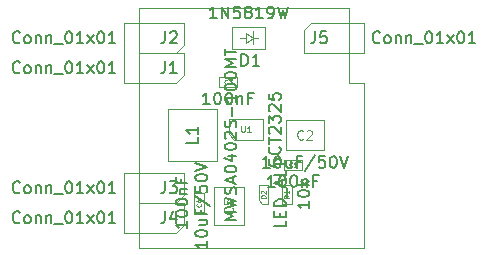
<source format=gbr>
%TF.GenerationSoftware,KiCad,Pcbnew,(5.1.9)-1*%
%TF.CreationDate,2021-05-28T15:44:06+02:00*%
%TF.ProjectId,16_STEP_DOWN,31365f53-5445-4505-9f44-4f574e2e6b69,rev?*%
%TF.SameCoordinates,Original*%
%TF.FileFunction,Other,Fab,Top*%
%FSLAX46Y46*%
G04 Gerber Fmt 4.6, Leading zero omitted, Abs format (unit mm)*
G04 Created by KiCad (PCBNEW (5.1.9)-1) date 2021-05-28 15:44:06*
%MOMM*%
%LPD*%
G01*
G04 APERTURE LIST*
%TA.AperFunction,Profile*%
%ADD10C,0.050000*%
%TD*%
%ADD11C,0.120000*%
%ADD12C,0.100000*%
%ADD13C,0.150000*%
%ADD14C,0.060000*%
%ADD15C,0.075000*%
G04 APERTURE END LIST*
D10*
X119380000Y-67310000D02*
X120650000Y-67310000D01*
X119380000Y-64770000D02*
X119380000Y-67310000D01*
X120650000Y-64770000D02*
X119380000Y-64770000D01*
X120650000Y-62230000D02*
X120650000Y-64770000D01*
X119380000Y-62230000D02*
X120650000Y-62230000D01*
X119380000Y-60960000D02*
X119380000Y-62230000D01*
X113665000Y-60960000D02*
X119380000Y-60960000D01*
X114935000Y-81280000D02*
X120650000Y-81280000D01*
X101600000Y-62230000D02*
X101600000Y-60960000D01*
X100330000Y-62230000D02*
X101600000Y-62230000D01*
X100330000Y-64770000D02*
X100330000Y-62230000D01*
X101600000Y-67310000D02*
X100330000Y-67310000D01*
X101600000Y-74930000D02*
X101600000Y-67310000D01*
X100330000Y-74930000D02*
X101600000Y-74930000D01*
X120650000Y-67310000D02*
X120650000Y-81280000D01*
X101600000Y-60960000D02*
X113665000Y-60960000D01*
X101600000Y-80010000D02*
X101600000Y-81280000D01*
X100330000Y-80010000D02*
X101600000Y-80010000D01*
X100330000Y-64770000D02*
X100330000Y-67310000D01*
X114935000Y-81280000D02*
X101600000Y-81280000D01*
X100330000Y-80010000D02*
X100330000Y-74930000D01*
D11*
%TO.C,J4*%
X101600000Y-80645000D02*
X101600000Y-76835000D01*
D12*
X104775000Y-80010000D02*
X101600000Y-80010000D01*
X101600000Y-77470000D02*
X102870000Y-77470000D01*
X102870000Y-77470000D02*
X105410000Y-77470000D01*
X105410000Y-77470000D02*
X105410000Y-79375000D01*
X105410000Y-79375000D02*
X104775000Y-80010000D01*
D11*
%TO.C,J1*%
X101600000Y-67945000D02*
X101600000Y-64135000D01*
D12*
X104775000Y-67310000D02*
X101600000Y-67310000D01*
X101600000Y-64770000D02*
X102870000Y-64770000D01*
X102870000Y-64770000D02*
X105410000Y-64770000D01*
X105410000Y-64770000D02*
X105410000Y-66675000D01*
X105410000Y-66675000D02*
X104775000Y-67310000D01*
D11*
%TO.C,J2*%
X101600000Y-65405000D02*
X101600000Y-61595000D01*
D12*
X104775000Y-64770000D02*
X101600000Y-64770000D01*
X101600000Y-62230000D02*
X102870000Y-62230000D01*
X102870000Y-62230000D02*
X105410000Y-62230000D01*
X105410000Y-62230000D02*
X105410000Y-64135000D01*
X105410000Y-64135000D02*
X104775000Y-64770000D01*
D11*
%TO.C,J3*%
X101600000Y-78105000D02*
X101600000Y-74295000D01*
D12*
X104775000Y-77470000D02*
X101600000Y-77470000D01*
X101600000Y-74930000D02*
X102870000Y-74930000D01*
X102870000Y-74930000D02*
X105410000Y-74930000D01*
X105410000Y-74930000D02*
X105410000Y-76835000D01*
X105410000Y-76835000D02*
X104775000Y-77470000D01*
D11*
%TO.C,J5*%
X119380000Y-61595000D02*
X119380000Y-65405000D01*
D12*
X116205000Y-62230000D02*
X119380000Y-62230000D01*
X119380000Y-64770000D02*
X118110000Y-64770000D01*
X118110000Y-64770000D02*
X115570000Y-64770000D01*
X115570000Y-64770000D02*
X115570000Y-62865000D01*
X115570000Y-62865000D02*
X116205000Y-62230000D01*
%TO.C,C4*%
X106280000Y-76670000D02*
X107080000Y-76670000D01*
X107080000Y-76670000D02*
X107080000Y-78270000D01*
X107080000Y-78270000D02*
X106280000Y-78270000D01*
X106280000Y-78270000D02*
X106280000Y-76670000D01*
%TO.C,C1*%
X115440000Y-74640000D02*
X113840000Y-74640000D01*
X115440000Y-73840000D02*
X115440000Y-74640000D01*
X113840000Y-73840000D02*
X115440000Y-73840000D01*
X113840000Y-74640000D02*
X113840000Y-73840000D01*
%TO.C,C2*%
X114040000Y-72990000D02*
X114040000Y-70490000D01*
X114040000Y-70490000D02*
X117240000Y-70490000D01*
X117240000Y-70490000D02*
X117240000Y-72990000D01*
X117240000Y-72990000D02*
X114040000Y-72990000D01*
%TO.C,C3*%
X108340000Y-67640000D02*
X108340000Y-66840000D01*
X108340000Y-66840000D02*
X109940000Y-66840000D01*
X109940000Y-66840000D02*
X109940000Y-67640000D01*
X109940000Y-67640000D02*
X108340000Y-67640000D01*
%TO.C,C5*%
X107970000Y-79340000D02*
X107970000Y-76140000D01*
X110470000Y-79340000D02*
X107970000Y-79340000D01*
X110470000Y-76140000D02*
X110470000Y-79340000D01*
X107970000Y-76140000D02*
X110470000Y-76140000D01*
%TO.C,D1*%
X112290000Y-64400000D02*
X109490000Y-64400000D01*
X109490000Y-64400000D02*
X109490000Y-62600000D01*
X109490000Y-62600000D02*
X112290000Y-62600000D01*
X112290000Y-62600000D02*
X112290000Y-64400000D01*
X111640000Y-63500000D02*
X111240000Y-63500000D01*
X111240000Y-63500000D02*
X111240000Y-64050000D01*
X111240000Y-63500000D02*
X111240000Y-62950000D01*
X111240000Y-63500000D02*
X110640000Y-63900000D01*
X110640000Y-63900000D02*
X110640000Y-63100000D01*
X110640000Y-63100000D02*
X111240000Y-63500000D01*
X110640000Y-63500000D02*
X110140000Y-63500000D01*
%TO.C,D2*%
X112540000Y-75940000D02*
X111740000Y-75940000D01*
X112540000Y-77540000D02*
X112540000Y-75940000D01*
X112040000Y-77540000D02*
X112540000Y-77540000D01*
X111740000Y-77240000D02*
X112040000Y-77540000D01*
X111740000Y-75940000D02*
X111740000Y-77240000D01*
%TO.C,L1*%
X104040000Y-73940000D02*
X104040000Y-69540000D01*
X104040000Y-69540000D02*
X108240000Y-69540000D01*
X108240000Y-69540000D02*
X108240000Y-73940000D01*
X108240000Y-73940000D02*
X104040000Y-73940000D01*
%TO.C,R1*%
X114552500Y-75940000D02*
X114552500Y-77540000D01*
X113727500Y-75940000D02*
X114552500Y-75940000D01*
X113727500Y-77540000D02*
X113727500Y-75940000D01*
X114552500Y-77540000D02*
X113727500Y-77540000D01*
%TO.C,U1*%
X109190000Y-70360000D02*
X112090000Y-70360000D01*
X112090000Y-70360000D02*
X112090000Y-72120000D01*
X109640000Y-72120000D02*
X112090000Y-72120000D01*
X109190000Y-70360000D02*
X109190000Y-71670000D01*
X109640000Y-72120000D02*
X109190000Y-71670000D01*
%TD*%
%TO.C,J4*%
D13*
X91511904Y-79097142D02*
X91464285Y-79144761D01*
X91321428Y-79192380D01*
X91226190Y-79192380D01*
X91083333Y-79144761D01*
X90988095Y-79049523D01*
X90940476Y-78954285D01*
X90892857Y-78763809D01*
X90892857Y-78620952D01*
X90940476Y-78430476D01*
X90988095Y-78335238D01*
X91083333Y-78240000D01*
X91226190Y-78192380D01*
X91321428Y-78192380D01*
X91464285Y-78240000D01*
X91511904Y-78287619D01*
X92083333Y-79192380D02*
X91988095Y-79144761D01*
X91940476Y-79097142D01*
X91892857Y-79001904D01*
X91892857Y-78716190D01*
X91940476Y-78620952D01*
X91988095Y-78573333D01*
X92083333Y-78525714D01*
X92226190Y-78525714D01*
X92321428Y-78573333D01*
X92369047Y-78620952D01*
X92416666Y-78716190D01*
X92416666Y-79001904D01*
X92369047Y-79097142D01*
X92321428Y-79144761D01*
X92226190Y-79192380D01*
X92083333Y-79192380D01*
X92845238Y-78525714D02*
X92845238Y-79192380D01*
X92845238Y-78620952D02*
X92892857Y-78573333D01*
X92988095Y-78525714D01*
X93130952Y-78525714D01*
X93226190Y-78573333D01*
X93273809Y-78668571D01*
X93273809Y-79192380D01*
X93750000Y-78525714D02*
X93750000Y-79192380D01*
X93750000Y-78620952D02*
X93797619Y-78573333D01*
X93892857Y-78525714D01*
X94035714Y-78525714D01*
X94130952Y-78573333D01*
X94178571Y-78668571D01*
X94178571Y-79192380D01*
X94416666Y-79287619D02*
X95178571Y-79287619D01*
X95607142Y-78192380D02*
X95702380Y-78192380D01*
X95797619Y-78240000D01*
X95845238Y-78287619D01*
X95892857Y-78382857D01*
X95940476Y-78573333D01*
X95940476Y-78811428D01*
X95892857Y-79001904D01*
X95845238Y-79097142D01*
X95797619Y-79144761D01*
X95702380Y-79192380D01*
X95607142Y-79192380D01*
X95511904Y-79144761D01*
X95464285Y-79097142D01*
X95416666Y-79001904D01*
X95369047Y-78811428D01*
X95369047Y-78573333D01*
X95416666Y-78382857D01*
X95464285Y-78287619D01*
X95511904Y-78240000D01*
X95607142Y-78192380D01*
X96892857Y-79192380D02*
X96321428Y-79192380D01*
X96607142Y-79192380D02*
X96607142Y-78192380D01*
X96511904Y-78335238D01*
X96416666Y-78430476D01*
X96321428Y-78478095D01*
X97226190Y-79192380D02*
X97750000Y-78525714D01*
X97226190Y-78525714D02*
X97750000Y-79192380D01*
X98321428Y-78192380D02*
X98416666Y-78192380D01*
X98511904Y-78240000D01*
X98559523Y-78287619D01*
X98607142Y-78382857D01*
X98654761Y-78573333D01*
X98654761Y-78811428D01*
X98607142Y-79001904D01*
X98559523Y-79097142D01*
X98511904Y-79144761D01*
X98416666Y-79192380D01*
X98321428Y-79192380D01*
X98226190Y-79144761D01*
X98178571Y-79097142D01*
X98130952Y-79001904D01*
X98083333Y-78811428D01*
X98083333Y-78573333D01*
X98130952Y-78382857D01*
X98178571Y-78287619D01*
X98226190Y-78240000D01*
X98321428Y-78192380D01*
X99607142Y-79192380D02*
X99035714Y-79192380D01*
X99321428Y-79192380D02*
X99321428Y-78192380D01*
X99226190Y-78335238D01*
X99130952Y-78430476D01*
X99035714Y-78478095D01*
X103806666Y-78192380D02*
X103806666Y-78906666D01*
X103759047Y-79049523D01*
X103663809Y-79144761D01*
X103520952Y-79192380D01*
X103425714Y-79192380D01*
X104711428Y-78525714D02*
X104711428Y-79192380D01*
X104473333Y-78144761D02*
X104235238Y-78859047D01*
X104854285Y-78859047D01*
%TO.C,J1*%
X91511904Y-66397142D02*
X91464285Y-66444761D01*
X91321428Y-66492380D01*
X91226190Y-66492380D01*
X91083333Y-66444761D01*
X90988095Y-66349523D01*
X90940476Y-66254285D01*
X90892857Y-66063809D01*
X90892857Y-65920952D01*
X90940476Y-65730476D01*
X90988095Y-65635238D01*
X91083333Y-65540000D01*
X91226190Y-65492380D01*
X91321428Y-65492380D01*
X91464285Y-65540000D01*
X91511904Y-65587619D01*
X92083333Y-66492380D02*
X91988095Y-66444761D01*
X91940476Y-66397142D01*
X91892857Y-66301904D01*
X91892857Y-66016190D01*
X91940476Y-65920952D01*
X91988095Y-65873333D01*
X92083333Y-65825714D01*
X92226190Y-65825714D01*
X92321428Y-65873333D01*
X92369047Y-65920952D01*
X92416666Y-66016190D01*
X92416666Y-66301904D01*
X92369047Y-66397142D01*
X92321428Y-66444761D01*
X92226190Y-66492380D01*
X92083333Y-66492380D01*
X92845238Y-65825714D02*
X92845238Y-66492380D01*
X92845238Y-65920952D02*
X92892857Y-65873333D01*
X92988095Y-65825714D01*
X93130952Y-65825714D01*
X93226190Y-65873333D01*
X93273809Y-65968571D01*
X93273809Y-66492380D01*
X93750000Y-65825714D02*
X93750000Y-66492380D01*
X93750000Y-65920952D02*
X93797619Y-65873333D01*
X93892857Y-65825714D01*
X94035714Y-65825714D01*
X94130952Y-65873333D01*
X94178571Y-65968571D01*
X94178571Y-66492380D01*
X94416666Y-66587619D02*
X95178571Y-66587619D01*
X95607142Y-65492380D02*
X95702380Y-65492380D01*
X95797619Y-65540000D01*
X95845238Y-65587619D01*
X95892857Y-65682857D01*
X95940476Y-65873333D01*
X95940476Y-66111428D01*
X95892857Y-66301904D01*
X95845238Y-66397142D01*
X95797619Y-66444761D01*
X95702380Y-66492380D01*
X95607142Y-66492380D01*
X95511904Y-66444761D01*
X95464285Y-66397142D01*
X95416666Y-66301904D01*
X95369047Y-66111428D01*
X95369047Y-65873333D01*
X95416666Y-65682857D01*
X95464285Y-65587619D01*
X95511904Y-65540000D01*
X95607142Y-65492380D01*
X96892857Y-66492380D02*
X96321428Y-66492380D01*
X96607142Y-66492380D02*
X96607142Y-65492380D01*
X96511904Y-65635238D01*
X96416666Y-65730476D01*
X96321428Y-65778095D01*
X97226190Y-66492380D02*
X97750000Y-65825714D01*
X97226190Y-65825714D02*
X97750000Y-66492380D01*
X98321428Y-65492380D02*
X98416666Y-65492380D01*
X98511904Y-65540000D01*
X98559523Y-65587619D01*
X98607142Y-65682857D01*
X98654761Y-65873333D01*
X98654761Y-66111428D01*
X98607142Y-66301904D01*
X98559523Y-66397142D01*
X98511904Y-66444761D01*
X98416666Y-66492380D01*
X98321428Y-66492380D01*
X98226190Y-66444761D01*
X98178571Y-66397142D01*
X98130952Y-66301904D01*
X98083333Y-66111428D01*
X98083333Y-65873333D01*
X98130952Y-65682857D01*
X98178571Y-65587619D01*
X98226190Y-65540000D01*
X98321428Y-65492380D01*
X99607142Y-66492380D02*
X99035714Y-66492380D01*
X99321428Y-66492380D02*
X99321428Y-65492380D01*
X99226190Y-65635238D01*
X99130952Y-65730476D01*
X99035714Y-65778095D01*
X103806666Y-65492380D02*
X103806666Y-66206666D01*
X103759047Y-66349523D01*
X103663809Y-66444761D01*
X103520952Y-66492380D01*
X103425714Y-66492380D01*
X104806666Y-66492380D02*
X104235238Y-66492380D01*
X104520952Y-66492380D02*
X104520952Y-65492380D01*
X104425714Y-65635238D01*
X104330476Y-65730476D01*
X104235238Y-65778095D01*
%TO.C,J2*%
X91511904Y-63857142D02*
X91464285Y-63904761D01*
X91321428Y-63952380D01*
X91226190Y-63952380D01*
X91083333Y-63904761D01*
X90988095Y-63809523D01*
X90940476Y-63714285D01*
X90892857Y-63523809D01*
X90892857Y-63380952D01*
X90940476Y-63190476D01*
X90988095Y-63095238D01*
X91083333Y-63000000D01*
X91226190Y-62952380D01*
X91321428Y-62952380D01*
X91464285Y-63000000D01*
X91511904Y-63047619D01*
X92083333Y-63952380D02*
X91988095Y-63904761D01*
X91940476Y-63857142D01*
X91892857Y-63761904D01*
X91892857Y-63476190D01*
X91940476Y-63380952D01*
X91988095Y-63333333D01*
X92083333Y-63285714D01*
X92226190Y-63285714D01*
X92321428Y-63333333D01*
X92369047Y-63380952D01*
X92416666Y-63476190D01*
X92416666Y-63761904D01*
X92369047Y-63857142D01*
X92321428Y-63904761D01*
X92226190Y-63952380D01*
X92083333Y-63952380D01*
X92845238Y-63285714D02*
X92845238Y-63952380D01*
X92845238Y-63380952D02*
X92892857Y-63333333D01*
X92988095Y-63285714D01*
X93130952Y-63285714D01*
X93226190Y-63333333D01*
X93273809Y-63428571D01*
X93273809Y-63952380D01*
X93750000Y-63285714D02*
X93750000Y-63952380D01*
X93750000Y-63380952D02*
X93797619Y-63333333D01*
X93892857Y-63285714D01*
X94035714Y-63285714D01*
X94130952Y-63333333D01*
X94178571Y-63428571D01*
X94178571Y-63952380D01*
X94416666Y-64047619D02*
X95178571Y-64047619D01*
X95607142Y-62952380D02*
X95702380Y-62952380D01*
X95797619Y-63000000D01*
X95845238Y-63047619D01*
X95892857Y-63142857D01*
X95940476Y-63333333D01*
X95940476Y-63571428D01*
X95892857Y-63761904D01*
X95845238Y-63857142D01*
X95797619Y-63904761D01*
X95702380Y-63952380D01*
X95607142Y-63952380D01*
X95511904Y-63904761D01*
X95464285Y-63857142D01*
X95416666Y-63761904D01*
X95369047Y-63571428D01*
X95369047Y-63333333D01*
X95416666Y-63142857D01*
X95464285Y-63047619D01*
X95511904Y-63000000D01*
X95607142Y-62952380D01*
X96892857Y-63952380D02*
X96321428Y-63952380D01*
X96607142Y-63952380D02*
X96607142Y-62952380D01*
X96511904Y-63095238D01*
X96416666Y-63190476D01*
X96321428Y-63238095D01*
X97226190Y-63952380D02*
X97750000Y-63285714D01*
X97226190Y-63285714D02*
X97750000Y-63952380D01*
X98321428Y-62952380D02*
X98416666Y-62952380D01*
X98511904Y-63000000D01*
X98559523Y-63047619D01*
X98607142Y-63142857D01*
X98654761Y-63333333D01*
X98654761Y-63571428D01*
X98607142Y-63761904D01*
X98559523Y-63857142D01*
X98511904Y-63904761D01*
X98416666Y-63952380D01*
X98321428Y-63952380D01*
X98226190Y-63904761D01*
X98178571Y-63857142D01*
X98130952Y-63761904D01*
X98083333Y-63571428D01*
X98083333Y-63333333D01*
X98130952Y-63142857D01*
X98178571Y-63047619D01*
X98226190Y-63000000D01*
X98321428Y-62952380D01*
X99607142Y-63952380D02*
X99035714Y-63952380D01*
X99321428Y-63952380D02*
X99321428Y-62952380D01*
X99226190Y-63095238D01*
X99130952Y-63190476D01*
X99035714Y-63238095D01*
X103806666Y-62952380D02*
X103806666Y-63666666D01*
X103759047Y-63809523D01*
X103663809Y-63904761D01*
X103520952Y-63952380D01*
X103425714Y-63952380D01*
X104235238Y-63047619D02*
X104282857Y-63000000D01*
X104378095Y-62952380D01*
X104616190Y-62952380D01*
X104711428Y-63000000D01*
X104759047Y-63047619D01*
X104806666Y-63142857D01*
X104806666Y-63238095D01*
X104759047Y-63380952D01*
X104187619Y-63952380D01*
X104806666Y-63952380D01*
%TO.C,J3*%
X91511904Y-76557142D02*
X91464285Y-76604761D01*
X91321428Y-76652380D01*
X91226190Y-76652380D01*
X91083333Y-76604761D01*
X90988095Y-76509523D01*
X90940476Y-76414285D01*
X90892857Y-76223809D01*
X90892857Y-76080952D01*
X90940476Y-75890476D01*
X90988095Y-75795238D01*
X91083333Y-75700000D01*
X91226190Y-75652380D01*
X91321428Y-75652380D01*
X91464285Y-75700000D01*
X91511904Y-75747619D01*
X92083333Y-76652380D02*
X91988095Y-76604761D01*
X91940476Y-76557142D01*
X91892857Y-76461904D01*
X91892857Y-76176190D01*
X91940476Y-76080952D01*
X91988095Y-76033333D01*
X92083333Y-75985714D01*
X92226190Y-75985714D01*
X92321428Y-76033333D01*
X92369047Y-76080952D01*
X92416666Y-76176190D01*
X92416666Y-76461904D01*
X92369047Y-76557142D01*
X92321428Y-76604761D01*
X92226190Y-76652380D01*
X92083333Y-76652380D01*
X92845238Y-75985714D02*
X92845238Y-76652380D01*
X92845238Y-76080952D02*
X92892857Y-76033333D01*
X92988095Y-75985714D01*
X93130952Y-75985714D01*
X93226190Y-76033333D01*
X93273809Y-76128571D01*
X93273809Y-76652380D01*
X93750000Y-75985714D02*
X93750000Y-76652380D01*
X93750000Y-76080952D02*
X93797619Y-76033333D01*
X93892857Y-75985714D01*
X94035714Y-75985714D01*
X94130952Y-76033333D01*
X94178571Y-76128571D01*
X94178571Y-76652380D01*
X94416666Y-76747619D02*
X95178571Y-76747619D01*
X95607142Y-75652380D02*
X95702380Y-75652380D01*
X95797619Y-75700000D01*
X95845238Y-75747619D01*
X95892857Y-75842857D01*
X95940476Y-76033333D01*
X95940476Y-76271428D01*
X95892857Y-76461904D01*
X95845238Y-76557142D01*
X95797619Y-76604761D01*
X95702380Y-76652380D01*
X95607142Y-76652380D01*
X95511904Y-76604761D01*
X95464285Y-76557142D01*
X95416666Y-76461904D01*
X95369047Y-76271428D01*
X95369047Y-76033333D01*
X95416666Y-75842857D01*
X95464285Y-75747619D01*
X95511904Y-75700000D01*
X95607142Y-75652380D01*
X96892857Y-76652380D02*
X96321428Y-76652380D01*
X96607142Y-76652380D02*
X96607142Y-75652380D01*
X96511904Y-75795238D01*
X96416666Y-75890476D01*
X96321428Y-75938095D01*
X97226190Y-76652380D02*
X97750000Y-75985714D01*
X97226190Y-75985714D02*
X97750000Y-76652380D01*
X98321428Y-75652380D02*
X98416666Y-75652380D01*
X98511904Y-75700000D01*
X98559523Y-75747619D01*
X98607142Y-75842857D01*
X98654761Y-76033333D01*
X98654761Y-76271428D01*
X98607142Y-76461904D01*
X98559523Y-76557142D01*
X98511904Y-76604761D01*
X98416666Y-76652380D01*
X98321428Y-76652380D01*
X98226190Y-76604761D01*
X98178571Y-76557142D01*
X98130952Y-76461904D01*
X98083333Y-76271428D01*
X98083333Y-76033333D01*
X98130952Y-75842857D01*
X98178571Y-75747619D01*
X98226190Y-75700000D01*
X98321428Y-75652380D01*
X99607142Y-76652380D02*
X99035714Y-76652380D01*
X99321428Y-76652380D02*
X99321428Y-75652380D01*
X99226190Y-75795238D01*
X99130952Y-75890476D01*
X99035714Y-75938095D01*
X103806666Y-75652380D02*
X103806666Y-76366666D01*
X103759047Y-76509523D01*
X103663809Y-76604761D01*
X103520952Y-76652380D01*
X103425714Y-76652380D01*
X104187619Y-75652380D02*
X104806666Y-75652380D01*
X104473333Y-76033333D01*
X104616190Y-76033333D01*
X104711428Y-76080952D01*
X104759047Y-76128571D01*
X104806666Y-76223809D01*
X104806666Y-76461904D01*
X104759047Y-76557142D01*
X104711428Y-76604761D01*
X104616190Y-76652380D01*
X104330476Y-76652380D01*
X104235238Y-76604761D01*
X104187619Y-76557142D01*
%TO.C,J5*%
X121991904Y-63857142D02*
X121944285Y-63904761D01*
X121801428Y-63952380D01*
X121706190Y-63952380D01*
X121563333Y-63904761D01*
X121468095Y-63809523D01*
X121420476Y-63714285D01*
X121372857Y-63523809D01*
X121372857Y-63380952D01*
X121420476Y-63190476D01*
X121468095Y-63095238D01*
X121563333Y-63000000D01*
X121706190Y-62952380D01*
X121801428Y-62952380D01*
X121944285Y-63000000D01*
X121991904Y-63047619D01*
X122563333Y-63952380D02*
X122468095Y-63904761D01*
X122420476Y-63857142D01*
X122372857Y-63761904D01*
X122372857Y-63476190D01*
X122420476Y-63380952D01*
X122468095Y-63333333D01*
X122563333Y-63285714D01*
X122706190Y-63285714D01*
X122801428Y-63333333D01*
X122849047Y-63380952D01*
X122896666Y-63476190D01*
X122896666Y-63761904D01*
X122849047Y-63857142D01*
X122801428Y-63904761D01*
X122706190Y-63952380D01*
X122563333Y-63952380D01*
X123325238Y-63285714D02*
X123325238Y-63952380D01*
X123325238Y-63380952D02*
X123372857Y-63333333D01*
X123468095Y-63285714D01*
X123610952Y-63285714D01*
X123706190Y-63333333D01*
X123753809Y-63428571D01*
X123753809Y-63952380D01*
X124230000Y-63285714D02*
X124230000Y-63952380D01*
X124230000Y-63380952D02*
X124277619Y-63333333D01*
X124372857Y-63285714D01*
X124515714Y-63285714D01*
X124610952Y-63333333D01*
X124658571Y-63428571D01*
X124658571Y-63952380D01*
X124896666Y-64047619D02*
X125658571Y-64047619D01*
X126087142Y-62952380D02*
X126182380Y-62952380D01*
X126277619Y-63000000D01*
X126325238Y-63047619D01*
X126372857Y-63142857D01*
X126420476Y-63333333D01*
X126420476Y-63571428D01*
X126372857Y-63761904D01*
X126325238Y-63857142D01*
X126277619Y-63904761D01*
X126182380Y-63952380D01*
X126087142Y-63952380D01*
X125991904Y-63904761D01*
X125944285Y-63857142D01*
X125896666Y-63761904D01*
X125849047Y-63571428D01*
X125849047Y-63333333D01*
X125896666Y-63142857D01*
X125944285Y-63047619D01*
X125991904Y-63000000D01*
X126087142Y-62952380D01*
X127372857Y-63952380D02*
X126801428Y-63952380D01*
X127087142Y-63952380D02*
X127087142Y-62952380D01*
X126991904Y-63095238D01*
X126896666Y-63190476D01*
X126801428Y-63238095D01*
X127706190Y-63952380D02*
X128230000Y-63285714D01*
X127706190Y-63285714D02*
X128230000Y-63952380D01*
X128801428Y-62952380D02*
X128896666Y-62952380D01*
X128991904Y-63000000D01*
X129039523Y-63047619D01*
X129087142Y-63142857D01*
X129134761Y-63333333D01*
X129134761Y-63571428D01*
X129087142Y-63761904D01*
X129039523Y-63857142D01*
X128991904Y-63904761D01*
X128896666Y-63952380D01*
X128801428Y-63952380D01*
X128706190Y-63904761D01*
X128658571Y-63857142D01*
X128610952Y-63761904D01*
X128563333Y-63571428D01*
X128563333Y-63333333D01*
X128610952Y-63142857D01*
X128658571Y-63047619D01*
X128706190Y-63000000D01*
X128801428Y-62952380D01*
X130087142Y-63952380D02*
X129515714Y-63952380D01*
X129801428Y-63952380D02*
X129801428Y-62952380D01*
X129706190Y-63095238D01*
X129610952Y-63190476D01*
X129515714Y-63238095D01*
X116506666Y-62952380D02*
X116506666Y-63666666D01*
X116459047Y-63809523D01*
X116363809Y-63904761D01*
X116220952Y-63952380D01*
X116125714Y-63952380D01*
X117459047Y-62952380D02*
X116982857Y-62952380D01*
X116935238Y-63428571D01*
X116982857Y-63380952D01*
X117078095Y-63333333D01*
X117316190Y-63333333D01*
X117411428Y-63380952D01*
X117459047Y-63428571D01*
X117506666Y-63523809D01*
X117506666Y-63761904D01*
X117459047Y-63857142D01*
X117411428Y-63904761D01*
X117316190Y-63952380D01*
X117078095Y-63952380D01*
X116982857Y-63904761D01*
X116935238Y-63857142D01*
%TO.C,C4*%
X105702380Y-79017619D02*
X105702380Y-79589047D01*
X105702380Y-79303333D02*
X104702380Y-79303333D01*
X104845238Y-79398571D01*
X104940476Y-79493809D01*
X104988095Y-79589047D01*
X104702380Y-78398571D02*
X104702380Y-78303333D01*
X104750000Y-78208095D01*
X104797619Y-78160476D01*
X104892857Y-78112857D01*
X105083333Y-78065238D01*
X105321428Y-78065238D01*
X105511904Y-78112857D01*
X105607142Y-78160476D01*
X105654761Y-78208095D01*
X105702380Y-78303333D01*
X105702380Y-78398571D01*
X105654761Y-78493809D01*
X105607142Y-78541428D01*
X105511904Y-78589047D01*
X105321428Y-78636666D01*
X105083333Y-78636666D01*
X104892857Y-78589047D01*
X104797619Y-78541428D01*
X104750000Y-78493809D01*
X104702380Y-78398571D01*
X104702380Y-77446190D02*
X104702380Y-77350952D01*
X104750000Y-77255714D01*
X104797619Y-77208095D01*
X104892857Y-77160476D01*
X105083333Y-77112857D01*
X105321428Y-77112857D01*
X105511904Y-77160476D01*
X105607142Y-77208095D01*
X105654761Y-77255714D01*
X105702380Y-77350952D01*
X105702380Y-77446190D01*
X105654761Y-77541428D01*
X105607142Y-77589047D01*
X105511904Y-77636666D01*
X105321428Y-77684285D01*
X105083333Y-77684285D01*
X104892857Y-77636666D01*
X104797619Y-77589047D01*
X104750000Y-77541428D01*
X104702380Y-77446190D01*
X105035714Y-76684285D02*
X105702380Y-76684285D01*
X105130952Y-76684285D02*
X105083333Y-76636666D01*
X105035714Y-76541428D01*
X105035714Y-76398571D01*
X105083333Y-76303333D01*
X105178571Y-76255714D01*
X105702380Y-76255714D01*
X105178571Y-75446190D02*
X105178571Y-75779523D01*
X105702380Y-75779523D02*
X104702380Y-75779523D01*
X104702380Y-75303333D01*
D14*
X106822857Y-77536666D02*
X106841904Y-77555714D01*
X106860952Y-77612857D01*
X106860952Y-77650952D01*
X106841904Y-77708095D01*
X106803809Y-77746190D01*
X106765714Y-77765238D01*
X106689523Y-77784285D01*
X106632380Y-77784285D01*
X106556190Y-77765238D01*
X106518095Y-77746190D01*
X106480000Y-77708095D01*
X106460952Y-77650952D01*
X106460952Y-77612857D01*
X106480000Y-77555714D01*
X106499047Y-77536666D01*
X106594285Y-77193809D02*
X106860952Y-77193809D01*
X106441904Y-77289047D02*
X106727619Y-77384285D01*
X106727619Y-77136666D01*
%TO.C,C1*%
D13*
X113092380Y-76122380D02*
X112520952Y-76122380D01*
X112806666Y-76122380D02*
X112806666Y-75122380D01*
X112711428Y-75265238D01*
X112616190Y-75360476D01*
X112520952Y-75408095D01*
X113711428Y-75122380D02*
X113806666Y-75122380D01*
X113901904Y-75170000D01*
X113949523Y-75217619D01*
X113997142Y-75312857D01*
X114044761Y-75503333D01*
X114044761Y-75741428D01*
X113997142Y-75931904D01*
X113949523Y-76027142D01*
X113901904Y-76074761D01*
X113806666Y-76122380D01*
X113711428Y-76122380D01*
X113616190Y-76074761D01*
X113568571Y-76027142D01*
X113520952Y-75931904D01*
X113473333Y-75741428D01*
X113473333Y-75503333D01*
X113520952Y-75312857D01*
X113568571Y-75217619D01*
X113616190Y-75170000D01*
X113711428Y-75122380D01*
X114663809Y-75122380D02*
X114759047Y-75122380D01*
X114854285Y-75170000D01*
X114901904Y-75217619D01*
X114949523Y-75312857D01*
X114997142Y-75503333D01*
X114997142Y-75741428D01*
X114949523Y-75931904D01*
X114901904Y-76027142D01*
X114854285Y-76074761D01*
X114759047Y-76122380D01*
X114663809Y-76122380D01*
X114568571Y-76074761D01*
X114520952Y-76027142D01*
X114473333Y-75931904D01*
X114425714Y-75741428D01*
X114425714Y-75503333D01*
X114473333Y-75312857D01*
X114520952Y-75217619D01*
X114568571Y-75170000D01*
X114663809Y-75122380D01*
X115425714Y-75455714D02*
X115425714Y-76122380D01*
X115425714Y-75550952D02*
X115473333Y-75503333D01*
X115568571Y-75455714D01*
X115711428Y-75455714D01*
X115806666Y-75503333D01*
X115854285Y-75598571D01*
X115854285Y-76122380D01*
X116663809Y-75598571D02*
X116330476Y-75598571D01*
X116330476Y-76122380D02*
X116330476Y-75122380D01*
X116806666Y-75122380D01*
D14*
X114573333Y-74382857D02*
X114554285Y-74401904D01*
X114497142Y-74420952D01*
X114459047Y-74420952D01*
X114401904Y-74401904D01*
X114363809Y-74363809D01*
X114344761Y-74325714D01*
X114325714Y-74249523D01*
X114325714Y-74192380D01*
X114344761Y-74116190D01*
X114363809Y-74078095D01*
X114401904Y-74040000D01*
X114459047Y-74020952D01*
X114497142Y-74020952D01*
X114554285Y-74040000D01*
X114573333Y-74059047D01*
X114954285Y-74420952D02*
X114725714Y-74420952D01*
X114840000Y-74420952D02*
X114840000Y-74020952D01*
X114801904Y-74078095D01*
X114763809Y-74116190D01*
X114725714Y-74135238D01*
%TO.C,C2*%
D13*
X112663809Y-74492380D02*
X112092380Y-74492380D01*
X112378095Y-74492380D02*
X112378095Y-73492380D01*
X112282857Y-73635238D01*
X112187619Y-73730476D01*
X112092380Y-73778095D01*
X113282857Y-73492380D02*
X113378095Y-73492380D01*
X113473333Y-73540000D01*
X113520952Y-73587619D01*
X113568571Y-73682857D01*
X113616190Y-73873333D01*
X113616190Y-74111428D01*
X113568571Y-74301904D01*
X113520952Y-74397142D01*
X113473333Y-74444761D01*
X113378095Y-74492380D01*
X113282857Y-74492380D01*
X113187619Y-74444761D01*
X113140000Y-74397142D01*
X113092380Y-74301904D01*
X113044761Y-74111428D01*
X113044761Y-73873333D01*
X113092380Y-73682857D01*
X113140000Y-73587619D01*
X113187619Y-73540000D01*
X113282857Y-73492380D01*
X114473333Y-73825714D02*
X114473333Y-74492380D01*
X114044761Y-73825714D02*
X114044761Y-74349523D01*
X114092380Y-74444761D01*
X114187619Y-74492380D01*
X114330476Y-74492380D01*
X114425714Y-74444761D01*
X114473333Y-74397142D01*
X115282857Y-73968571D02*
X114949523Y-73968571D01*
X114949523Y-74492380D02*
X114949523Y-73492380D01*
X115425714Y-73492380D01*
X116520952Y-73444761D02*
X115663809Y-74730476D01*
X117330476Y-73492380D02*
X116854285Y-73492380D01*
X116806666Y-73968571D01*
X116854285Y-73920952D01*
X116949523Y-73873333D01*
X117187619Y-73873333D01*
X117282857Y-73920952D01*
X117330476Y-73968571D01*
X117378095Y-74063809D01*
X117378095Y-74301904D01*
X117330476Y-74397142D01*
X117282857Y-74444761D01*
X117187619Y-74492380D01*
X116949523Y-74492380D01*
X116854285Y-74444761D01*
X116806666Y-74397142D01*
X117997142Y-73492380D02*
X118092380Y-73492380D01*
X118187619Y-73540000D01*
X118235238Y-73587619D01*
X118282857Y-73682857D01*
X118330476Y-73873333D01*
X118330476Y-74111428D01*
X118282857Y-74301904D01*
X118235238Y-74397142D01*
X118187619Y-74444761D01*
X118092380Y-74492380D01*
X117997142Y-74492380D01*
X117901904Y-74444761D01*
X117854285Y-74397142D01*
X117806666Y-74301904D01*
X117759047Y-74111428D01*
X117759047Y-73873333D01*
X117806666Y-73682857D01*
X117854285Y-73587619D01*
X117901904Y-73540000D01*
X117997142Y-73492380D01*
X118616190Y-73492380D02*
X118949523Y-74492380D01*
X119282857Y-73492380D01*
D11*
X115506666Y-72025714D02*
X115468571Y-72063809D01*
X115354285Y-72101904D01*
X115278095Y-72101904D01*
X115163809Y-72063809D01*
X115087619Y-71987619D01*
X115049523Y-71911428D01*
X115011428Y-71759047D01*
X115011428Y-71644761D01*
X115049523Y-71492380D01*
X115087619Y-71416190D01*
X115163809Y-71340000D01*
X115278095Y-71301904D01*
X115354285Y-71301904D01*
X115468571Y-71340000D01*
X115506666Y-71378095D01*
X115811428Y-71378095D02*
X115849523Y-71340000D01*
X115925714Y-71301904D01*
X116116190Y-71301904D01*
X116192380Y-71340000D01*
X116230476Y-71378095D01*
X116268571Y-71454285D01*
X116268571Y-71530476D01*
X116230476Y-71644761D01*
X115773333Y-72101904D01*
X116268571Y-72101904D01*
%TO.C,C3*%
D13*
X107592380Y-69122380D02*
X107020952Y-69122380D01*
X107306666Y-69122380D02*
X107306666Y-68122380D01*
X107211428Y-68265238D01*
X107116190Y-68360476D01*
X107020952Y-68408095D01*
X108211428Y-68122380D02*
X108306666Y-68122380D01*
X108401904Y-68170000D01*
X108449523Y-68217619D01*
X108497142Y-68312857D01*
X108544761Y-68503333D01*
X108544761Y-68741428D01*
X108497142Y-68931904D01*
X108449523Y-69027142D01*
X108401904Y-69074761D01*
X108306666Y-69122380D01*
X108211428Y-69122380D01*
X108116190Y-69074761D01*
X108068571Y-69027142D01*
X108020952Y-68931904D01*
X107973333Y-68741428D01*
X107973333Y-68503333D01*
X108020952Y-68312857D01*
X108068571Y-68217619D01*
X108116190Y-68170000D01*
X108211428Y-68122380D01*
X109163809Y-68122380D02*
X109259047Y-68122380D01*
X109354285Y-68170000D01*
X109401904Y-68217619D01*
X109449523Y-68312857D01*
X109497142Y-68503333D01*
X109497142Y-68741428D01*
X109449523Y-68931904D01*
X109401904Y-69027142D01*
X109354285Y-69074761D01*
X109259047Y-69122380D01*
X109163809Y-69122380D01*
X109068571Y-69074761D01*
X109020952Y-69027142D01*
X108973333Y-68931904D01*
X108925714Y-68741428D01*
X108925714Y-68503333D01*
X108973333Y-68312857D01*
X109020952Y-68217619D01*
X109068571Y-68170000D01*
X109163809Y-68122380D01*
X109925714Y-68455714D02*
X109925714Y-69122380D01*
X109925714Y-68550952D02*
X109973333Y-68503333D01*
X110068571Y-68455714D01*
X110211428Y-68455714D01*
X110306666Y-68503333D01*
X110354285Y-68598571D01*
X110354285Y-69122380D01*
X111163809Y-68598571D02*
X110830476Y-68598571D01*
X110830476Y-69122380D02*
X110830476Y-68122380D01*
X111306666Y-68122380D01*
D14*
X109073333Y-67382857D02*
X109054285Y-67401904D01*
X108997142Y-67420952D01*
X108959047Y-67420952D01*
X108901904Y-67401904D01*
X108863809Y-67363809D01*
X108844761Y-67325714D01*
X108825714Y-67249523D01*
X108825714Y-67192380D01*
X108844761Y-67116190D01*
X108863809Y-67078095D01*
X108901904Y-67040000D01*
X108959047Y-67020952D01*
X108997142Y-67020952D01*
X109054285Y-67040000D01*
X109073333Y-67059047D01*
X109206666Y-67020952D02*
X109454285Y-67020952D01*
X109320952Y-67173333D01*
X109378095Y-67173333D01*
X109416190Y-67192380D01*
X109435238Y-67211428D01*
X109454285Y-67249523D01*
X109454285Y-67344761D01*
X109435238Y-67382857D01*
X109416190Y-67401904D01*
X109378095Y-67420952D01*
X109263809Y-67420952D01*
X109225714Y-67401904D01*
X109206666Y-67382857D01*
%TO.C,C5*%
D13*
X107372380Y-80716190D02*
X107372380Y-81287619D01*
X107372380Y-81001904D02*
X106372380Y-81001904D01*
X106515238Y-81097142D01*
X106610476Y-81192380D01*
X106658095Y-81287619D01*
X106372380Y-80097142D02*
X106372380Y-80001904D01*
X106420000Y-79906666D01*
X106467619Y-79859047D01*
X106562857Y-79811428D01*
X106753333Y-79763809D01*
X106991428Y-79763809D01*
X107181904Y-79811428D01*
X107277142Y-79859047D01*
X107324761Y-79906666D01*
X107372380Y-80001904D01*
X107372380Y-80097142D01*
X107324761Y-80192380D01*
X107277142Y-80240000D01*
X107181904Y-80287619D01*
X106991428Y-80335238D01*
X106753333Y-80335238D01*
X106562857Y-80287619D01*
X106467619Y-80240000D01*
X106420000Y-80192380D01*
X106372380Y-80097142D01*
X106705714Y-78906666D02*
X107372380Y-78906666D01*
X106705714Y-79335238D02*
X107229523Y-79335238D01*
X107324761Y-79287619D01*
X107372380Y-79192380D01*
X107372380Y-79049523D01*
X107324761Y-78954285D01*
X107277142Y-78906666D01*
X106848571Y-78097142D02*
X106848571Y-78430476D01*
X107372380Y-78430476D02*
X106372380Y-78430476D01*
X106372380Y-77954285D01*
X106324761Y-76859047D02*
X107610476Y-77716190D01*
X106372380Y-76049523D02*
X106372380Y-76525714D01*
X106848571Y-76573333D01*
X106800952Y-76525714D01*
X106753333Y-76430476D01*
X106753333Y-76192380D01*
X106800952Y-76097142D01*
X106848571Y-76049523D01*
X106943809Y-76001904D01*
X107181904Y-76001904D01*
X107277142Y-76049523D01*
X107324761Y-76097142D01*
X107372380Y-76192380D01*
X107372380Y-76430476D01*
X107324761Y-76525714D01*
X107277142Y-76573333D01*
X106372380Y-75382857D02*
X106372380Y-75287619D01*
X106420000Y-75192380D01*
X106467619Y-75144761D01*
X106562857Y-75097142D01*
X106753333Y-75049523D01*
X106991428Y-75049523D01*
X107181904Y-75097142D01*
X107277142Y-75144761D01*
X107324761Y-75192380D01*
X107372380Y-75287619D01*
X107372380Y-75382857D01*
X107324761Y-75478095D01*
X107277142Y-75525714D01*
X107181904Y-75573333D01*
X106991428Y-75620952D01*
X106753333Y-75620952D01*
X106562857Y-75573333D01*
X106467619Y-75525714D01*
X106420000Y-75478095D01*
X106372380Y-75382857D01*
X106372380Y-74763809D02*
X107372380Y-74430476D01*
X106372380Y-74097142D01*
D11*
X109505714Y-77873333D02*
X109543809Y-77911428D01*
X109581904Y-78025714D01*
X109581904Y-78101904D01*
X109543809Y-78216190D01*
X109467619Y-78292380D01*
X109391428Y-78330476D01*
X109239047Y-78368571D01*
X109124761Y-78368571D01*
X108972380Y-78330476D01*
X108896190Y-78292380D01*
X108820000Y-78216190D01*
X108781904Y-78101904D01*
X108781904Y-78025714D01*
X108820000Y-77911428D01*
X108858095Y-77873333D01*
X108781904Y-77149523D02*
X108781904Y-77530476D01*
X109162857Y-77568571D01*
X109124761Y-77530476D01*
X109086666Y-77454285D01*
X109086666Y-77263809D01*
X109124761Y-77187619D01*
X109162857Y-77149523D01*
X109239047Y-77111428D01*
X109429523Y-77111428D01*
X109505714Y-77149523D01*
X109543809Y-77187619D01*
X109581904Y-77263809D01*
X109581904Y-77454285D01*
X109543809Y-77530476D01*
X109505714Y-77568571D01*
%TO.C,D1*%
D13*
X108175714Y-61852380D02*
X107604285Y-61852380D01*
X107890000Y-61852380D02*
X107890000Y-60852380D01*
X107794761Y-60995238D01*
X107699523Y-61090476D01*
X107604285Y-61138095D01*
X108604285Y-61852380D02*
X108604285Y-60852380D01*
X109175714Y-61852380D01*
X109175714Y-60852380D01*
X110128095Y-60852380D02*
X109651904Y-60852380D01*
X109604285Y-61328571D01*
X109651904Y-61280952D01*
X109747142Y-61233333D01*
X109985238Y-61233333D01*
X110080476Y-61280952D01*
X110128095Y-61328571D01*
X110175714Y-61423809D01*
X110175714Y-61661904D01*
X110128095Y-61757142D01*
X110080476Y-61804761D01*
X109985238Y-61852380D01*
X109747142Y-61852380D01*
X109651904Y-61804761D01*
X109604285Y-61757142D01*
X110747142Y-61280952D02*
X110651904Y-61233333D01*
X110604285Y-61185714D01*
X110556666Y-61090476D01*
X110556666Y-61042857D01*
X110604285Y-60947619D01*
X110651904Y-60900000D01*
X110747142Y-60852380D01*
X110937619Y-60852380D01*
X111032857Y-60900000D01*
X111080476Y-60947619D01*
X111128095Y-61042857D01*
X111128095Y-61090476D01*
X111080476Y-61185714D01*
X111032857Y-61233333D01*
X110937619Y-61280952D01*
X110747142Y-61280952D01*
X110651904Y-61328571D01*
X110604285Y-61376190D01*
X110556666Y-61471428D01*
X110556666Y-61661904D01*
X110604285Y-61757142D01*
X110651904Y-61804761D01*
X110747142Y-61852380D01*
X110937619Y-61852380D01*
X111032857Y-61804761D01*
X111080476Y-61757142D01*
X111128095Y-61661904D01*
X111128095Y-61471428D01*
X111080476Y-61376190D01*
X111032857Y-61328571D01*
X110937619Y-61280952D01*
X112080476Y-61852380D02*
X111509047Y-61852380D01*
X111794761Y-61852380D02*
X111794761Y-60852380D01*
X111699523Y-60995238D01*
X111604285Y-61090476D01*
X111509047Y-61138095D01*
X112556666Y-61852380D02*
X112747142Y-61852380D01*
X112842380Y-61804761D01*
X112890000Y-61757142D01*
X112985238Y-61614285D01*
X113032857Y-61423809D01*
X113032857Y-61042857D01*
X112985238Y-60947619D01*
X112937619Y-60900000D01*
X112842380Y-60852380D01*
X112651904Y-60852380D01*
X112556666Y-60900000D01*
X112509047Y-60947619D01*
X112461428Y-61042857D01*
X112461428Y-61280952D01*
X112509047Y-61376190D01*
X112556666Y-61423809D01*
X112651904Y-61471428D01*
X112842380Y-61471428D01*
X112937619Y-61423809D01*
X112985238Y-61376190D01*
X113032857Y-61280952D01*
X113366190Y-60852380D02*
X113604285Y-61852380D01*
X113794761Y-61138095D01*
X113985238Y-61852380D01*
X114223333Y-60852380D01*
X110278904Y-65857380D02*
X110278904Y-64857380D01*
X110517000Y-64857380D01*
X110659857Y-64905000D01*
X110755095Y-65000238D01*
X110802714Y-65095476D01*
X110850333Y-65285952D01*
X110850333Y-65428809D01*
X110802714Y-65619285D01*
X110755095Y-65714523D01*
X110659857Y-65809761D01*
X110517000Y-65857380D01*
X110278904Y-65857380D01*
X111802714Y-65857380D02*
X111231285Y-65857380D01*
X111517000Y-65857380D02*
X111517000Y-64857380D01*
X111421761Y-65000238D01*
X111326523Y-65095476D01*
X111231285Y-65143095D01*
%TO.C,D2*%
X114022380Y-78978095D02*
X114022380Y-79454285D01*
X113022380Y-79454285D01*
X113498571Y-78644761D02*
X113498571Y-78311428D01*
X114022380Y-78168571D02*
X114022380Y-78644761D01*
X113022380Y-78644761D01*
X113022380Y-78168571D01*
X114022380Y-77740000D02*
X113022380Y-77740000D01*
X113022380Y-77501904D01*
X113070000Y-77359047D01*
X113165238Y-77263809D01*
X113260476Y-77216190D01*
X113450952Y-77168571D01*
X113593809Y-77168571D01*
X113784285Y-77216190D01*
X113879523Y-77263809D01*
X113974761Y-77359047D01*
X114022380Y-77501904D01*
X114022380Y-77740000D01*
X114117619Y-76978095D02*
X114117619Y-76216190D01*
X113736666Y-76025714D02*
X113736666Y-75549523D01*
X114022380Y-76120952D02*
X113022380Y-75787619D01*
X114022380Y-75454285D01*
X114022380Y-74644761D02*
X114022380Y-75120952D01*
X113022380Y-75120952D01*
X113022380Y-74454285D02*
X113022380Y-73882857D01*
X114022380Y-74168571D02*
X113022380Y-74168571D01*
D14*
X112320952Y-77035238D02*
X111920952Y-77035238D01*
X111920952Y-76940000D01*
X111940000Y-76882857D01*
X111978095Y-76844761D01*
X112016190Y-76825714D01*
X112092380Y-76806666D01*
X112149523Y-76806666D01*
X112225714Y-76825714D01*
X112263809Y-76844761D01*
X112301904Y-76882857D01*
X112320952Y-76940000D01*
X112320952Y-77035238D01*
X111959047Y-76654285D02*
X111940000Y-76635238D01*
X111920952Y-76597142D01*
X111920952Y-76501904D01*
X111940000Y-76463809D01*
X111959047Y-76444761D01*
X111997142Y-76425714D01*
X112035238Y-76425714D01*
X112092380Y-76444761D01*
X112320952Y-76673333D01*
X112320952Y-76425714D01*
%TO.C,L1*%
D13*
X109842380Y-78930476D02*
X108842380Y-78930476D01*
X109556666Y-78597142D01*
X108842380Y-78263809D01*
X109842380Y-78263809D01*
X108842380Y-77882857D02*
X109842380Y-77644761D01*
X109128095Y-77454285D01*
X109842380Y-77263809D01*
X108842380Y-77025714D01*
X109794761Y-76692380D02*
X109842380Y-76549523D01*
X109842380Y-76311428D01*
X109794761Y-76216190D01*
X109747142Y-76168571D01*
X109651904Y-76120952D01*
X109556666Y-76120952D01*
X109461428Y-76168571D01*
X109413809Y-76216190D01*
X109366190Y-76311428D01*
X109318571Y-76501904D01*
X109270952Y-76597142D01*
X109223333Y-76644761D01*
X109128095Y-76692380D01*
X109032857Y-76692380D01*
X108937619Y-76644761D01*
X108890000Y-76597142D01*
X108842380Y-76501904D01*
X108842380Y-76263809D01*
X108890000Y-76120952D01*
X109556666Y-75740000D02*
X109556666Y-75263809D01*
X109842380Y-75835238D02*
X108842380Y-75501904D01*
X109842380Y-75168571D01*
X108842380Y-74644761D02*
X108842380Y-74549523D01*
X108890000Y-74454285D01*
X108937619Y-74406666D01*
X109032857Y-74359047D01*
X109223333Y-74311428D01*
X109461428Y-74311428D01*
X109651904Y-74359047D01*
X109747142Y-74406666D01*
X109794761Y-74454285D01*
X109842380Y-74549523D01*
X109842380Y-74644761D01*
X109794761Y-74740000D01*
X109747142Y-74787619D01*
X109651904Y-74835238D01*
X109461428Y-74882857D01*
X109223333Y-74882857D01*
X109032857Y-74835238D01*
X108937619Y-74787619D01*
X108890000Y-74740000D01*
X108842380Y-74644761D01*
X109175714Y-73454285D02*
X109842380Y-73454285D01*
X108794761Y-73692380D02*
X109509047Y-73930476D01*
X109509047Y-73311428D01*
X108842380Y-72740000D02*
X108842380Y-72644761D01*
X108890000Y-72549523D01*
X108937619Y-72501904D01*
X109032857Y-72454285D01*
X109223333Y-72406666D01*
X109461428Y-72406666D01*
X109651904Y-72454285D01*
X109747142Y-72501904D01*
X109794761Y-72549523D01*
X109842380Y-72644761D01*
X109842380Y-72740000D01*
X109794761Y-72835238D01*
X109747142Y-72882857D01*
X109651904Y-72930476D01*
X109461428Y-72978095D01*
X109223333Y-72978095D01*
X109032857Y-72930476D01*
X108937619Y-72882857D01*
X108890000Y-72835238D01*
X108842380Y-72740000D01*
X108937619Y-72025714D02*
X108890000Y-71978095D01*
X108842380Y-71882857D01*
X108842380Y-71644761D01*
X108890000Y-71549523D01*
X108937619Y-71501904D01*
X109032857Y-71454285D01*
X109128095Y-71454285D01*
X109270952Y-71501904D01*
X109842380Y-72073333D01*
X109842380Y-71454285D01*
X109794761Y-71073333D02*
X109842380Y-70930476D01*
X109842380Y-70692380D01*
X109794761Y-70597142D01*
X109747142Y-70549523D01*
X109651904Y-70501904D01*
X109556666Y-70501904D01*
X109461428Y-70549523D01*
X109413809Y-70597142D01*
X109366190Y-70692380D01*
X109318571Y-70882857D01*
X109270952Y-70978095D01*
X109223333Y-71025714D01*
X109128095Y-71073333D01*
X109032857Y-71073333D01*
X108937619Y-71025714D01*
X108890000Y-70978095D01*
X108842380Y-70882857D01*
X108842380Y-70644761D01*
X108890000Y-70501904D01*
X109461428Y-70073333D02*
X109461428Y-69311428D01*
X109842380Y-68311428D02*
X109842380Y-68882857D01*
X109842380Y-68597142D02*
X108842380Y-68597142D01*
X108985238Y-68692380D01*
X109080476Y-68787619D01*
X109128095Y-68882857D01*
X108842380Y-67692380D02*
X108842380Y-67597142D01*
X108890000Y-67501904D01*
X108937619Y-67454285D01*
X109032857Y-67406666D01*
X109223333Y-67359047D01*
X109461428Y-67359047D01*
X109651904Y-67406666D01*
X109747142Y-67454285D01*
X109794761Y-67501904D01*
X109842380Y-67597142D01*
X109842380Y-67692380D01*
X109794761Y-67787619D01*
X109747142Y-67835238D01*
X109651904Y-67882857D01*
X109461428Y-67930476D01*
X109223333Y-67930476D01*
X109032857Y-67882857D01*
X108937619Y-67835238D01*
X108890000Y-67787619D01*
X108842380Y-67692380D01*
X108842380Y-66740000D02*
X108842380Y-66644761D01*
X108890000Y-66549523D01*
X108937619Y-66501904D01*
X109032857Y-66454285D01*
X109223333Y-66406666D01*
X109461428Y-66406666D01*
X109651904Y-66454285D01*
X109747142Y-66501904D01*
X109794761Y-66549523D01*
X109842380Y-66644761D01*
X109842380Y-66740000D01*
X109794761Y-66835238D01*
X109747142Y-66882857D01*
X109651904Y-66930476D01*
X109461428Y-66978095D01*
X109223333Y-66978095D01*
X109032857Y-66930476D01*
X108937619Y-66882857D01*
X108890000Y-66835238D01*
X108842380Y-66740000D01*
X109842380Y-65978095D02*
X108842380Y-65978095D01*
X109556666Y-65644761D01*
X108842380Y-65311428D01*
X109842380Y-65311428D01*
X108842380Y-64978095D02*
X108842380Y-64406666D01*
X109842380Y-64692380D02*
X108842380Y-64692380D01*
X106592380Y-71906666D02*
X106592380Y-72382857D01*
X105592380Y-72382857D01*
X106592380Y-71049523D02*
X106592380Y-71620952D01*
X106592380Y-71335238D02*
X105592380Y-71335238D01*
X105735238Y-71430476D01*
X105830476Y-71525714D01*
X105878095Y-71620952D01*
%TO.C,R1*%
X116022380Y-77335238D02*
X116022380Y-77906666D01*
X116022380Y-77620952D02*
X115022380Y-77620952D01*
X115165238Y-77716190D01*
X115260476Y-77811428D01*
X115308095Y-77906666D01*
X115022380Y-76716190D02*
X115022380Y-76620952D01*
X115070000Y-76525714D01*
X115117619Y-76478095D01*
X115212857Y-76430476D01*
X115403333Y-76382857D01*
X115641428Y-76382857D01*
X115831904Y-76430476D01*
X115927142Y-76478095D01*
X115974761Y-76525714D01*
X116022380Y-76620952D01*
X116022380Y-76716190D01*
X115974761Y-76811428D01*
X115927142Y-76859047D01*
X115831904Y-76906666D01*
X115641428Y-76954285D01*
X115403333Y-76954285D01*
X115212857Y-76906666D01*
X115117619Y-76859047D01*
X115070000Y-76811428D01*
X115022380Y-76716190D01*
X116022380Y-75954285D02*
X115022380Y-75954285D01*
X115641428Y-75859047D02*
X116022380Y-75573333D01*
X115355714Y-75573333D02*
X115736666Y-75954285D01*
D14*
X114320952Y-76806666D02*
X114130476Y-76940000D01*
X114320952Y-77035238D02*
X113920952Y-77035238D01*
X113920952Y-76882857D01*
X113940000Y-76844761D01*
X113959047Y-76825714D01*
X113997142Y-76806666D01*
X114054285Y-76806666D01*
X114092380Y-76825714D01*
X114111428Y-76844761D01*
X114130476Y-76882857D01*
X114130476Y-77035238D01*
X114320952Y-76425714D02*
X114320952Y-76654285D01*
X114320952Y-76540000D02*
X113920952Y-76540000D01*
X113978095Y-76578095D01*
X114016190Y-76616190D01*
X114035238Y-76654285D01*
%TO.C,U1*%
D13*
X113544761Y-74311428D02*
X113592380Y-74168571D01*
X113592380Y-73930476D01*
X113544761Y-73835238D01*
X113497142Y-73787619D01*
X113401904Y-73740000D01*
X113306666Y-73740000D01*
X113211428Y-73787619D01*
X113163809Y-73835238D01*
X113116190Y-73930476D01*
X113068571Y-74120952D01*
X113020952Y-74216190D01*
X112973333Y-74263809D01*
X112878095Y-74311428D01*
X112782857Y-74311428D01*
X112687619Y-74263809D01*
X112640000Y-74216190D01*
X112592380Y-74120952D01*
X112592380Y-73882857D01*
X112640000Y-73740000D01*
X113497142Y-72740000D02*
X113544761Y-72787619D01*
X113592380Y-72930476D01*
X113592380Y-73025714D01*
X113544761Y-73168571D01*
X113449523Y-73263809D01*
X113354285Y-73311428D01*
X113163809Y-73359047D01*
X113020952Y-73359047D01*
X112830476Y-73311428D01*
X112735238Y-73263809D01*
X112640000Y-73168571D01*
X112592380Y-73025714D01*
X112592380Y-72930476D01*
X112640000Y-72787619D01*
X112687619Y-72740000D01*
X112592380Y-72454285D02*
X112592380Y-71882857D01*
X113592380Y-72168571D02*
X112592380Y-72168571D01*
X112687619Y-71597142D02*
X112640000Y-71549523D01*
X112592380Y-71454285D01*
X112592380Y-71216190D01*
X112640000Y-71120952D01*
X112687619Y-71073333D01*
X112782857Y-71025714D01*
X112878095Y-71025714D01*
X113020952Y-71073333D01*
X113592380Y-71644761D01*
X113592380Y-71025714D01*
X112592380Y-70692380D02*
X112592380Y-70073333D01*
X112973333Y-70406666D01*
X112973333Y-70263809D01*
X113020952Y-70168571D01*
X113068571Y-70120952D01*
X113163809Y-70073333D01*
X113401904Y-70073333D01*
X113497142Y-70120952D01*
X113544761Y-70168571D01*
X113592380Y-70263809D01*
X113592380Y-70549523D01*
X113544761Y-70644761D01*
X113497142Y-70692380D01*
X112687619Y-69692380D02*
X112640000Y-69644761D01*
X112592380Y-69549523D01*
X112592380Y-69311428D01*
X112640000Y-69216190D01*
X112687619Y-69168571D01*
X112782857Y-69120952D01*
X112878095Y-69120952D01*
X113020952Y-69168571D01*
X113592380Y-69740000D01*
X113592380Y-69120952D01*
X112592380Y-68216190D02*
X112592380Y-68692380D01*
X113068571Y-68740000D01*
X113020952Y-68692380D01*
X112973333Y-68597142D01*
X112973333Y-68359047D01*
X113020952Y-68263809D01*
X113068571Y-68216190D01*
X113163809Y-68168571D01*
X113401904Y-68168571D01*
X113497142Y-68216190D01*
X113544761Y-68263809D01*
X113592380Y-68359047D01*
X113592380Y-68597142D01*
X113544761Y-68692380D01*
X113497142Y-68740000D01*
D15*
X110259047Y-70966190D02*
X110259047Y-71370952D01*
X110282857Y-71418571D01*
X110306666Y-71442380D01*
X110354285Y-71466190D01*
X110449523Y-71466190D01*
X110497142Y-71442380D01*
X110520952Y-71418571D01*
X110544761Y-71370952D01*
X110544761Y-70966190D01*
X111044761Y-71466190D02*
X110759047Y-71466190D01*
X110901904Y-71466190D02*
X110901904Y-70966190D01*
X110854285Y-71037619D01*
X110806666Y-71085238D01*
X110759047Y-71109047D01*
%TD*%
M02*

</source>
